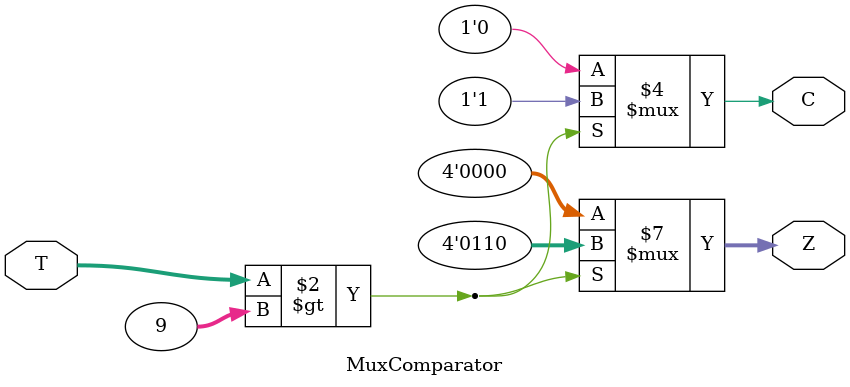
<source format=v>

module MuxComparator(C, Z, T); 
	input [4:0] T;                   // Input
	output reg C;                    // Select line 
	output reg [3:0] Z;              // Output
   
   // If T > 9 then assign Z = -4'b1010 and C = 1, otherwise Z = 0 and C = 0
   always @ (T) begin
      if (T > 9) begin
         Z = -4'b1010;
         C = 1;
      end
      else begin
         Z = 0;
         C = 0;
      end
   end
endmodule

</source>
